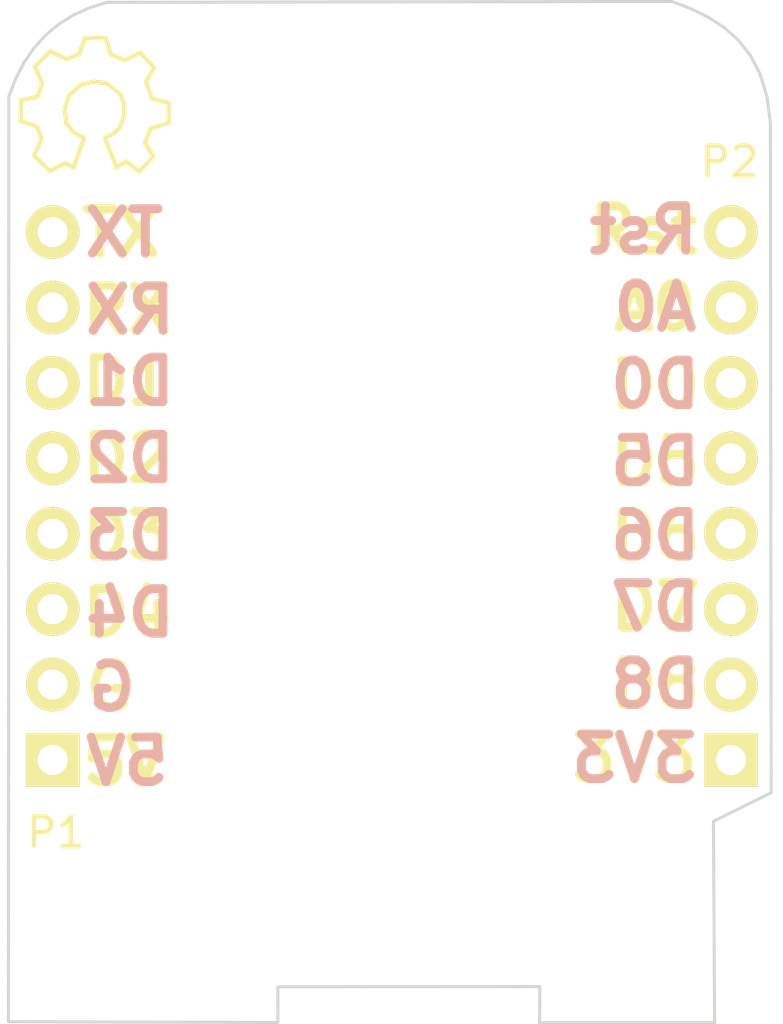
<source format=kicad_pcb>
(kicad_pcb (version 20221018) (generator pcbnew)
  (layers (0 "F.Cu" signal) (31 "B.Cu" signal) (34 "B.Paste" user) (35 "F.Paste" user) (36 "B.SilkS" user "B.Silkscreen") (37 "F.SilkS" user "F.Silkscreen") (38 "B.Mask" user) (39 "F.Mask" user) (44 "Edge.Cuts" user))
  (net 0 "")
  (net 1 "/+5V")
  (net 2 "/GND")
  (net 3 "/D4")
  (net 4 "/D3")
  (net 5 "/D2")
  (net 6 "/D1")
  (net 7 "/RX")
  (net 8 "/TX")
  (net 9 "/+3.3V")
  (net 10 "/D8")
  (net 11 "/D7")
  (net 12 "/D6")
  (net 13 "/D5")
  (net 14 "/D0")
  (net 15 "/A0")
  (net 16 "/RST")
  (footprint "D1_mini:D1_mini_Pin_Header" (layer "F.Cu") (at 127.49 103.95 180)
    (fp_text reference "P1" (at -0.11 -2.45 180) (layer "F.SilkS"))
    (fp_text value "CONN_01X08" hide)
    (pad "1" thru_hole rect (at 0 0 180) (size 1.8 1.8) (drill 1.016) (layers "*.Cu" "*.Mask" "F.SilkS") (net 1 "/+5V"))
    (pad "2" thru_hole oval (at 0 2.54 180) (size 1.8 1.8) (drill 1.016) (layers "*.Cu" "*.Mask" "F.SilkS") (net 2 "/GND"))
    (pad "3" thru_hole oval (at 0 5.08 180) (size 1.8 1.8) (drill 1.016) (layers "*.Cu" "*.Mask" "F.SilkS") (net 3 "/D4"))
    (pad "4" thru_hole oval (at 0 7.62 180) (size 1.8 1.8) (drill 1.016) (layers "*.Cu" "*.Mask" "F.SilkS") (net 4 "/D3"))
    (pad "5" thru_hole oval (at 0 10.16 180) (size 1.8 1.8) (drill 1.016) (layers "*.Cu" "*.Mask" "F.SilkS") (net 5 "/D2"))
    (pad "6" thru_hole oval (at 0 12.7 180) (size 1.8 1.8) (drill 1.016) (layers "*.Cu" "*.Mask" "F.SilkS") (net 6 "/D1"))
    (pad "7" thru_hole oval (at 0 15.24 180) (size 1.8 1.8) (drill 1.016) (layers "*.Cu" "*.Mask" "F.SilkS") (net 7 "/RX"))
    (pad "8" thru_hole oval (at 0 17.78 180) (size 1.8 1.8) (drill 1.016) (layers "*.Cu" "*.Mask" "F.SilkS") (net 8 "/TX"))
  )
  (footprint "D1_mini:D1_mini_Pin_Header" (layer "F.Cu") (at 150.35 103.95 180)
    (fp_text reference "P2" (at 0.05 20.15 180) (layer "F.SilkS"))
    (fp_text value "CONN_01X08" hide)
    (pad "1" thru_hole rect (at 0 0 180) (size 1.8 1.8) (drill 1.016) (layers "*.Cu" "*.Mask" "F.SilkS") (net 9 "/+3.3V"))
    (pad "2" thru_hole oval (at 0 2.54 180) (size 1.8 1.8) (drill 1.016) (layers "*.Cu" "*.Mask" "F.SilkS") (net 10 "/D8"))
    (pad "3" thru_hole oval (at 0 5.08 180) (size 1.8 1.8) (drill 1.016) (layers "*.Cu" "*.Mask" "F.SilkS") (net 11 "/D7"))
    (pad "4" thru_hole oval (at 0 7.62 180) (size 1.8 1.8) (drill 1.016) (layers "*.Cu" "*.Mask" "F.SilkS") (net 12 "/D6"))
    (pad "5" thru_hole oval (at 0 10.16 180) (size 1.8 1.8) (drill 1.016) (layers "*.Cu" "*.Mask" "F.SilkS") (net 13 "/D5"))
    (pad "6" thru_hole oval (at 0 12.7 180) (size 1.8 1.8) (drill 1.016) (layers "*.Cu" "*.Mask" "F.SilkS") (net 14 "/D0"))
    (pad "7" thru_hole oval (at 0 15.24 180) (size 1.8 1.8) (drill 1.016) (layers "*.Cu" "*.Mask" "F.SilkS") (net 15 "/A0"))
    (pad "8" thru_hole oval (at 0 17.78 180) (size 1.8 1.8) (drill 1.016) (layers "*.Cu" "*.Mask" "F.SilkS") (net 16 "/RST"))
  )
  (footprint "D1_mini:OSHW" (layer "F.Cu") (at 128.9 82.1)
    (fp_text reference "" hide)
    (fp_text value "OSHW" hide)
    (fp_line (start -2.4892 0.32004) (end -1.9304 0.5207) (stroke (width 0.15)) (layer "F.SilkS"))
    (fp_line (start -2.47904 -0.381) (end -2.4892 0.32004) (stroke (width 0.15)) (layer "F.SilkS"))
    (fp_line (start -2.03962 1.49098) (end -1.50114 2.00914) (stroke (width 0.15)) (layer "F.SilkS"))
    (fp_line (start -2.00914 -1.50114) (end -1.76022 -0.96012) (stroke (width 0.15)) (layer "F.SilkS"))
    (fp_line (start -1.9304 -0.48006) (end -2.47904 -0.381) (stroke (width 0.15)) (layer "F.SilkS"))
    (fp_line (start -1.9304 0.5207) (end -1.7907 0.91948) (stroke (width 0.15)) (layer "F.SilkS"))
    (fp_line (start -1.78054 0.92964) (end -2.03962 1.49098) (stroke (width 0.15)) (layer "F.SilkS"))
    (fp_line (start -1.76022 -0.96012) (end -1.9304 -0.48006) (stroke (width 0.15)) (layer "F.SilkS"))
    (fp_line (start -1.50114 2.00914) (end -0.98044 1.7399) (stroke (width 0.15)) (layer "F.SilkS"))
    (fp_line (start -1.49098 -2.02946) (end -2.00914 -1.50114) (stroke (width 0.15)) (layer "F.SilkS"))
    (fp_line (start -1.00076 -0.09906) (end -0.94996 0.39878) (stroke (width 0.15)) (layer "F.SilkS"))
    (fp_line (start -0.98044 1.7399) (end -0.70104 1.89992) (stroke (width 0.15)) (layer "F.SilkS"))
    (fp_line (start -0.94996 0.39878) (end -0.70104 0.70104) (stroke (width 0.15)) (layer "F.SilkS"))
    (fp_line (start -0.9398 -1.76022) (end -1.49098 -2.02946) (stroke (width 0.15)) (layer "F.SilkS"))
    (fp_line (start -0.8509 -0.55118) (end -1.00076 -0.09906) (stroke (width 0.15)) (layer "F.SilkS"))
    (fp_line (start -0.70104 0.70104) (end -0.35052 0.89916) (stroke (width 0.15)) (layer "F.SilkS"))
    (fp_line (start -0.5207 -1.9304) (end -0.9398 -1.76022) (stroke (width 0.15)) (layer "F.SilkS"))
    (fp_line (start -0.44958 -0.89916) (end -0.8509 -0.55118) (stroke (width 0.15)) (layer "F.SilkS"))
    (fp_line (start -0.35052 0.89916) (end -0.70104 1.89992) (stroke (width 0.15)) (layer "F.SilkS"))
    (fp_line (start -0.30988 -2.47904) (end -0.5207 -1.9304) (stroke (width 0.15)) (layer "F.SilkS"))
    (fp_line (start -0.0508 -1.00076) (end -0.44958 -0.89916) (stroke (width 0.15)) (layer "F.SilkS"))
    (fp_line (start 0.35052 0.89916) (end 0.65024 0.7493) (stroke (width 0.15)) (layer "F.SilkS"))
    (fp_line (start 0.35052 0.89916) (end 0.7493 1.89992) (stroke (width 0.15)) (layer "F.SilkS"))
    (fp_line (start 0.381 -2.46126) (end -0.30988 -2.47904) (stroke (width 0.15)) (layer "F.SilkS"))
    (fp_line (start 0.39878 -0.94996) (end -0.0508 -1.00076) (stroke (width 0.15)) (layer "F.SilkS"))
    (fp_line (start 0.55118 -1.92024) (end 0.381 -2.46126) (stroke (width 0.15)) (layer "F.SilkS"))
    (fp_line (start 0.65024 0.7493) (end 0.8509 0.55118) (stroke (width 0.15)) (layer "F.SilkS"))
    (fp_line (start 0.73914 1.8796) (end 1.06934 1.6891) (stroke (width 0.15)) (layer "F.SilkS"))
    (fp_line (start 0.8509 -0.59944) (end 0.39878 -0.94996) (stroke (width 0.15)) (layer "F.SilkS"))
    (fp_line (start 0.8509 0.55118) (end 1.00076 0.14986) (stroke (width 0.15)) (layer "F.SilkS"))
    (fp_line (start 1.00076 -0.24892) (end 0.8509 -0.59944) (stroke (width 0.15)) (layer "F.SilkS"))
    (fp_line (start 1.00076 0.14986) (end 1.00076 -0.24892) (stroke (width 0.15)) (layer "F.SilkS"))
    (fp_line (start 1.02108 -1.71958) (end 0.55118 -1.92024) (stroke (width 0.15)) (layer "F.SilkS"))
    (fp_line (start 1.06934 1.6891) (end 1.50876 2.0193) (stroke (width 0.15)) (layer "F.SilkS"))
    (fp_line (start 1.50876 2.0193) (end 1.9812 1.52908) (stroke (width 0.15)) (layer "F.SilkS"))
    (fp_line (start 1.53924 -1.9812) (end 1.02108 -1.71958) (stroke (width 0.15)) (layer "F.SilkS"))
    (fp_line (start 1.69926 1.04902) (end 1.88976 0.57912) (stroke (width 0.15)) (layer "F.SilkS"))
    (fp_line (start 1.7399 -1.00076) (end 2.00914 -1.47066) (stroke (width 0.15)) (layer "F.SilkS"))
    (fp_line (start 1.88976 0.57912) (end 2.49936 0.39116) (stroke (width 0.15)) (layer "F.SilkS"))
    (fp_line (start 1.94056 -0.42926) (end 1.7399 -1.00076) (stroke (width 0.15)) (layer "F.SilkS"))
    (fp_line (start 1.9812 1.52908) (end 1.69926 1.04902) (stroke (width 0.15)) (layer "F.SilkS"))
    (fp_line (start 2.00914 -1.47066) (end 1.53924 -1.9812) (stroke (width 0.15)) (layer "F.SilkS"))
    (fp_line (start 2.49936 -0.28956) (end 1.94056 -0.42926) (stroke (width 0.15)) (layer "F.SilkS"))
    (fp_line (start 2.49936 0.39116) (end 2.49936 -0.28956) (stroke (width 0.15)) (layer "F.SilkS"))
  )
  (gr_line (start 143.9 112.8) (end 143.909849 111.583795) (stroke (width 0.1)) (layer "Edge.Cuts"))
  (gr_line (start 151.337122 80.850387) (end 151.565482 81.605425) (stroke (width 0.1)) (layer "Edge.Cuts"))
  (gr_line (start 150.596503 79.695342) (end 151.009595 80.21854) (stroke (width 0.1)) (layer "Edge.Cuts"))
  (gr_line (start 148.36046 78.398266) (end 148.979824 78.632259) (stroke (width 0.1)) (layer "Edge.Cuts"))
  (gr_line (start 135.078627 111.590483) (end 135.080603 112.792736) (stroke (width 0.1)) (layer "Edge.Cuts"))
  (gr_line (start 149.8 112.8) (end 143.9 112.8) (stroke (width 0.1)) (layer "Edge.Cuts"))
  (gr_line (start 148.979824 78.632259) (end 149.568018 78.916742) (stroke (width 0.1)) (layer "Edge.Cuts"))
  (gr_line (start 149.76248 106.014181) (end 149.8 112.8) (stroke (width 0.1)) (layer "Edge.Cuts"))
  (gr_line (start 126.864747 79.962423) (end 127.251047 79.535048) (stroke (width 0.1)) (layer "Edge.Cuts"))
  (gr_line (start 151.565482 81.605425) (end 151.681078 82.498193) (stroke (width 0.1)) (layer "Edge.Cuts"))
  (gr_line (start 129.322547 78.427024) (end 148.36046 78.398266) (stroke (width 0.1)) (layer "Edge.Cuts"))
  (gr_line (start 128.72475 78.61269) (end 129.322547 78.427024) (stroke (width 0.1)) (layer "Edge.Cuts"))
  (gr_line (start 127.689488 79.167259) (end 128.18056 78.859623) (stroke (width 0.1)) (layer "Edge.Cuts"))
  (gr_line (start 125.999807 112.766658) (end 126.013805 81.596507) (stroke (width 0.1)) (layer "Edge.Cuts"))
  (gr_line (start 126.013805 81.596507) (end 126.246616 80.993714) (stroke (width 0.1)) (layer "Edge.Cuts"))
  (gr_line (start 126.246616 80.993714) (end 126.530099 80.448833) (stroke (width 0.1)) (layer "Edge.Cuts"))
  (gr_line (start 151.009595 80.21854) (end 151.337122 80.850387) (stroke (width 0.1)) (layer "Edge.Cuts"))
  (gr_line (start 151.706026 105.053285) (end 149.76248 106.014181) (stroke (width 0.1)) (layer "Edge.Cuts"))
  (gr_line (start 149.568018 78.916742) (end 150.111445 79.266257) (stroke (width 0.1)) (layer "Edge.Cuts"))
  (gr_line (start 151.681078 82.498193) (end 151.706026 105.053285) (stroke (width 0.1)) (layer "Edge.Cuts"))
  (gr_line (start 126.530099 80.448833) (end 126.864747 79.962423) (stroke (width 0.1)) (layer "Edge.Cuts"))
  (gr_line (start 127.251047 79.535048) (end 127.689488 79.167259) (stroke (width 0.1)) (layer "Edge.Cuts"))
  (gr_line (start 135.080603 112.792736) (end 125.999807 112.766658) (stroke (width 0.1)) (layer "Edge.Cuts"))
  (gr_line (start 128.18056 78.859623) (end 128.72475 78.61269) (stroke (width 0.1)) (layer "Edge.Cuts"))
  (gr_line (start 143.909849 111.583795) (end 135.078627 111.590483) (stroke (width 0.1)) (layer "Edge.Cuts"))
  (gr_line (start 150.111445 79.266257) (end 150.596503 79.695342) (stroke (width 0.1)) (layer "Edge.Cuts"))
  (gr_text "TX" (at 129.9 86.2) (layer "B.SilkS") (effects (font (size 1.5 1.5) (thickness 0.3)) (justify mirror)))
  (gr_text "RX" (at 130.1 88.8) (layer "B.SilkS") (effects (font (size 1.5 1.5) (thickness 0.3)) (justify mirror)))
  (gr_text "D1" (at 130.1 91.2) (layer "B.SilkS") (effects (font (size 1.5 1.5) (thickness 0.3)) (justify mirror)))
  (gr_text "D2" (at 130.1 93.8) (layer "B.SilkS") (effects (font (size 1.5 1.5) (thickness 0.3)) (justify mirror)))
  (gr_text "D3" (at 130.1 96.4) (layer "B.SilkS") (effects (font (size 1.5 1.5) (thickness 0.3)) (justify mirror)))
  (gr_text "D4" (at 130.1 99) (layer "B.SilkS") (effects (font (size 1.5 1.5) (thickness 0.3)) (justify mirror)))
  (gr_text "G" (at 129.5 101.5) (layer "B.SilkS") (effects (font (size 1.5 1.5) (thickness 0.3)) (justify mirror)))
  (gr_text "5V" (at 130 104) (layer "B.SilkS") (effects (font (size 1.5 1.5) (thickness 0.3)) (justify mirror)))
  (gr_text "Rst" (at 147.4 86.1) (layer "B.SilkS") (effects (font (size 1.5 1.5) (thickness 0.3)) (justify mirror)))
  (gr_text "A0" (at 147.8 88.7) (layer "B.SilkS") (effects (font (size 1.5 1.5) (thickness 0.3)) (justify mirror)))
  (gr_text "D0" (at 147.8 91.3) (layer "B.SilkS") (effects (font (size 1.5 1.5) (thickness 0.3)) (justify mirror)))
  (gr_text "D5" (at 147.8 93.9) (layer "B.SilkS") (effects (font (size 1.5 1.5) (thickness 0.3)) (justify mirror)))
  (gr_text "D6" (at 147.8 96.4) (layer "B.SilkS") (effects (font (size 1.5 1.5) (thickness 0.3)) (justify mirror)))
  (gr_text "D7" (at 147.8 98.8) (layer "B.SilkS") (effects (font (size 1.5 1.5) (thickness 0.3)) (justify mirror)))
  (gr_text "D8" (at 147.8 101.4) (layer "B.SilkS") (effects (font (size 1.5 1.5) (thickness 0.3)) (justify mirror)))
  (gr_text "3V3" (at 147.1 103.9) (layer "B.SilkS") (effects (font (size 1.5 1.5) (thickness 0.3)) (justify mirror)))
  (gr_text "RX" (at 130 88.8) (layer "F.SilkS") (effects (font (size 1.5 1.5) (thickness 0.3))))
  (gr_text "D3" (at 130 96.4) (layer "F.SilkS") (effects (font (size 1.5 1.5) (thickness 0.3))))
  (gr_text "D2" (at 130 93.8) (layer "F.SilkS") (effects (font (size 1.5 1.5) (thickness 0.3))))
  (gr_text "3V3" (at 147.1 103.9) (layer "F.SilkS") (effects (font (size 1.5 1.5) (thickness 0.3))))
  (gr_text "D8" (at 147.8 101.4) (layer "F.SilkS") (effects (font (size 1.5 1.5) (thickness 0.3))))
  (gr_text "D6" (at 147.8 96.4) (layer "F.SilkS") (effects (font (size 1.5 1.5) (thickness 0.3))))
  (gr_text "TX" (at 129.8 86.2) (layer "F.SilkS") (effects (font (size 1.5 1.5) (thickness 0.3))))
  (gr_text "A0" (at 147.8 88.7) (layer "F.SilkS") (effects (font (size 1.5 1.5) (thickness 0.3))))
  (gr_text "D5" (at 147.8 93.9) (layer "F.SilkS") (effects (font (size 1.5 1.5) (thickness 0.3))))
  (gr_text "5V" (at 129.9 104) (layer "F.SilkS") (effects (font (size 1.5 1.5) (thickness 0.3))))
  (gr_text "D1" (at 130 91.2) (layer "F.SilkS") (effects (font (size 1.5 1.5) (thickness 0.3))))
  (gr_text "D7" (at 147.8 98.8) (layer "F.SilkS") (effects (font (size 1.5 1.5) (thickness 0.3))))
  (gr_text "Rst" (at 147.4 86.1) (layer "F.SilkS") (effects (font (size 1.5 1.5) (thickness 0.3))))
  (gr_text "G" (at 129.4 101.5) (layer "F.SilkS") (effects (font (size 1.5 1.5) (thickness 0.3))))
  (gr_text "D4" (at 130 99) (layer "F.SilkS") (effects (font (size 1.5 1.5) (thickness 0.3))))
  (gr_text "D0" (at 147.8 91.3) (layer "F.SilkS") (effects (font (size 1.5 1.5) (thickness 0.3))))
)
</source>
